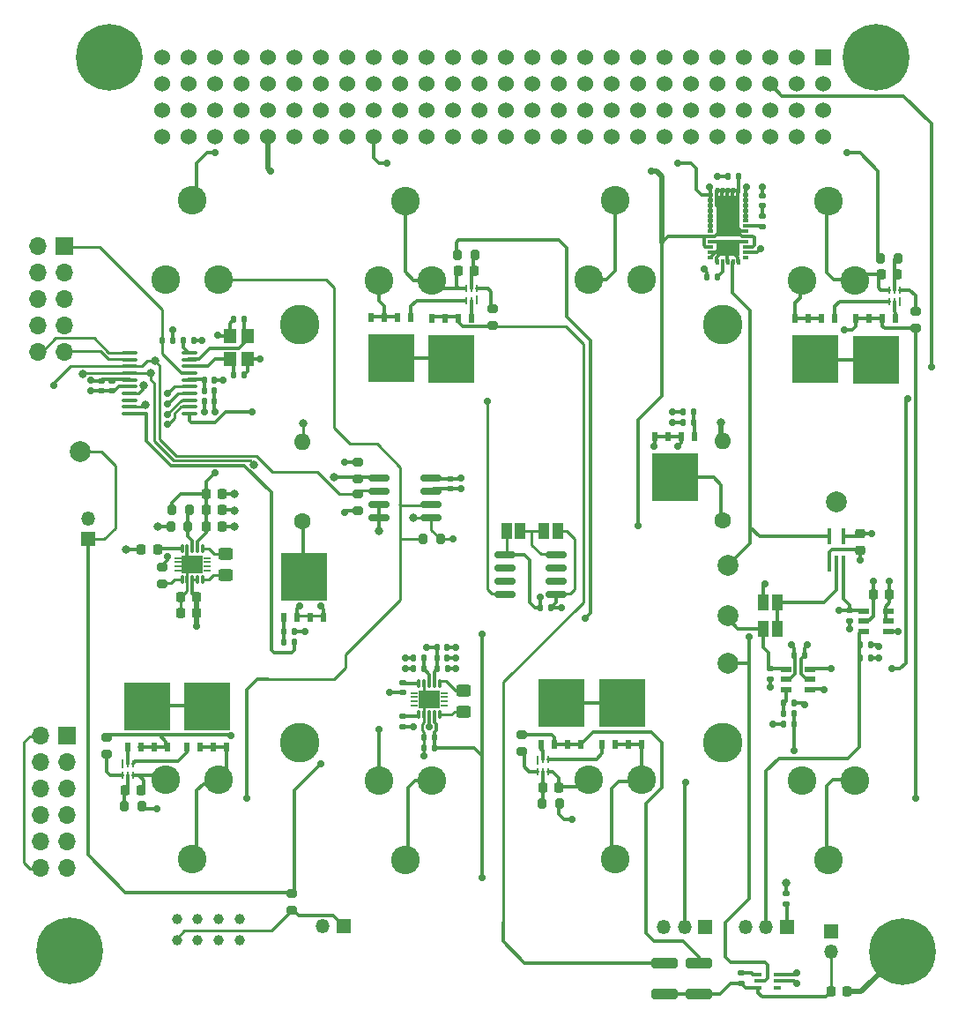
<source format=gbl>
G04 #@! TF.GenerationSoftware,KiCad,Pcbnew,(6.0.7)*
G04 #@! TF.CreationDate,2023-05-04T15:31:31-04:00*
G04 #@! TF.ProjectId,battery_board_v2,62617474-6572-4795-9f62-6f6172645f76,rev?*
G04 #@! TF.SameCoordinates,Original*
G04 #@! TF.FileFunction,Copper,L4,Bot*
G04 #@! TF.FilePolarity,Positive*
%FSLAX46Y46*%
G04 Gerber Fmt 4.6, Leading zero omitted, Abs format (unit mm)*
G04 Created by KiCad (PCBNEW (6.0.7)) date 2023-05-04 15:31:31*
%MOMM*%
%LPD*%
G01*
G04 APERTURE LIST*
G04 Aperture macros list*
%AMRoundRect*
0 Rectangle with rounded corners*
0 $1 Rounding radius*
0 $2 $3 $4 $5 $6 $7 $8 $9 X,Y pos of 4 corners*
0 Add a 4 corners polygon primitive as box body*
4,1,4,$2,$3,$4,$5,$6,$7,$8,$9,$2,$3,0*
0 Add four circle primitives for the rounded corners*
1,1,$1+$1,$2,$3*
1,1,$1+$1,$4,$5*
1,1,$1+$1,$6,$7*
1,1,$1+$1,$8,$9*
0 Add four rect primitives between the rounded corners*
20,1,$1+$1,$2,$3,$4,$5,0*
20,1,$1+$1,$4,$5,$6,$7,0*
20,1,$1+$1,$6,$7,$8,$9,0*
20,1,$1+$1,$8,$9,$2,$3,0*%
G04 Aperture macros list end*
G04 #@! TA.AperFunction,ComponentPad*
%ADD10C,1.524000*%
G04 #@! TD*
G04 #@! TA.AperFunction,ComponentPad*
%ADD11R,1.524000X1.524000*%
G04 #@! TD*
G04 #@! TA.AperFunction,ComponentPad*
%ADD12R,1.350000X1.350000*%
G04 #@! TD*
G04 #@! TA.AperFunction,ComponentPad*
%ADD13O,1.350000X1.350000*%
G04 #@! TD*
G04 #@! TA.AperFunction,ComponentPad*
%ADD14C,3.800000*%
G04 #@! TD*
G04 #@! TA.AperFunction,ComponentPad*
%ADD15C,3.600000*%
G04 #@! TD*
G04 #@! TA.AperFunction,ConnectorPad*
%ADD16C,6.400000*%
G04 #@! TD*
G04 #@! TA.AperFunction,ComponentPad*
%ADD17C,1.600000*%
G04 #@! TD*
G04 #@! TA.AperFunction,ComponentPad*
%ADD18O,1.600000X1.600000*%
G04 #@! TD*
G04 #@! TA.AperFunction,ComponentPad*
%ADD19R,1.700000X1.700000*%
G04 #@! TD*
G04 #@! TA.AperFunction,ComponentPad*
%ADD20O,1.700000X1.700000*%
G04 #@! TD*
G04 #@! TA.AperFunction,ComponentPad*
%ADD21C,2.745000*%
G04 #@! TD*
G04 #@! TA.AperFunction,ComponentPad*
%ADD22C,1.000000*%
G04 #@! TD*
G04 #@! TA.AperFunction,SMDPad,CuDef*
%ADD23RoundRect,0.225000X0.225000X0.250000X-0.225000X0.250000X-0.225000X-0.250000X0.225000X-0.250000X0*%
G04 #@! TD*
G04 #@! TA.AperFunction,SMDPad,CuDef*
%ADD24RoundRect,0.200000X0.275000X-0.200000X0.275000X0.200000X-0.275000X0.200000X-0.275000X-0.200000X0*%
G04 #@! TD*
G04 #@! TA.AperFunction,SMDPad,CuDef*
%ADD25R,1.200000X1.400000*%
G04 #@! TD*
G04 #@! TA.AperFunction,SMDPad,CuDef*
%ADD26R,1.000000X1.500000*%
G04 #@! TD*
G04 #@! TA.AperFunction,SMDPad,CuDef*
%ADD27O,0.280000X0.850000*%
G04 #@! TD*
G04 #@! TA.AperFunction,SMDPad,CuDef*
%ADD28R,0.280000X0.280000*%
G04 #@! TD*
G04 #@! TA.AperFunction,SMDPad,CuDef*
%ADD29R,0.700000X0.250000*%
G04 #@! TD*
G04 #@! TA.AperFunction,SMDPad,CuDef*
%ADD30R,0.600000X0.230000*%
G04 #@! TD*
G04 #@! TA.AperFunction,SMDPad,CuDef*
%ADD31R,0.900000X0.650000*%
G04 #@! TD*
G04 #@! TA.AperFunction,ComponentPad*
%ADD32C,0.600000*%
G04 #@! TD*
G04 #@! TA.AperFunction,SMDPad,CuDef*
%ADD33R,2.150000X1.700000*%
G04 #@! TD*
G04 #@! TA.AperFunction,SMDPad,CuDef*
%ADD34RoundRect,0.225000X-0.225000X-0.250000X0.225000X-0.250000X0.225000X0.250000X-0.225000X0.250000X0*%
G04 #@! TD*
G04 #@! TA.AperFunction,SMDPad,CuDef*
%ADD35RoundRect,0.135000X-0.135000X-0.185000X0.135000X-0.185000X0.135000X0.185000X-0.135000X0.185000X0*%
G04 #@! TD*
G04 #@! TA.AperFunction,SMDPad,CuDef*
%ADD36RoundRect,0.150000X-0.825000X-0.150000X0.825000X-0.150000X0.825000X0.150000X-0.825000X0.150000X0*%
G04 #@! TD*
G04 #@! TA.AperFunction,SMDPad,CuDef*
%ADD37R,0.500000X0.850000*%
G04 #@! TD*
G04 #@! TA.AperFunction,SMDPad,CuDef*
%ADD38R,4.410000X4.550000*%
G04 #@! TD*
G04 #@! TA.AperFunction,SMDPad,CuDef*
%ADD39RoundRect,0.225000X0.250000X-0.225000X0.250000X0.225000X-0.250000X0.225000X-0.250000X-0.225000X0*%
G04 #@! TD*
G04 #@! TA.AperFunction,SMDPad,CuDef*
%ADD40RoundRect,0.135000X-0.185000X0.135000X-0.185000X-0.135000X0.185000X-0.135000X0.185000X0.135000X0*%
G04 #@! TD*
G04 #@! TA.AperFunction,SMDPad,CuDef*
%ADD41RoundRect,0.135000X0.135000X0.185000X-0.135000X0.185000X-0.135000X-0.185000X0.135000X-0.185000X0*%
G04 #@! TD*
G04 #@! TA.AperFunction,SMDPad,CuDef*
%ADD42R,0.280000X0.850000*%
G04 #@! TD*
G04 #@! TA.AperFunction,SMDPad,CuDef*
%ADD43R,0.280000X0.750000*%
G04 #@! TD*
G04 #@! TA.AperFunction,SMDPad,CuDef*
%ADD44RoundRect,0.200000X-0.200000X-0.275000X0.200000X-0.275000X0.200000X0.275000X-0.200000X0.275000X0*%
G04 #@! TD*
G04 #@! TA.AperFunction,SMDPad,CuDef*
%ADD45RoundRect,0.218750X0.218750X0.256250X-0.218750X0.256250X-0.218750X-0.256250X0.218750X-0.256250X0*%
G04 #@! TD*
G04 #@! TA.AperFunction,SMDPad,CuDef*
%ADD46RoundRect,0.200000X-0.275000X0.200000X-0.275000X-0.200000X0.275000X-0.200000X0.275000X0.200000X0*%
G04 #@! TD*
G04 #@! TA.AperFunction,SMDPad,CuDef*
%ADD47RoundRect,0.140000X0.170000X-0.140000X0.170000X0.140000X-0.170000X0.140000X-0.170000X-0.140000X0*%
G04 #@! TD*
G04 #@! TA.AperFunction,SMDPad,CuDef*
%ADD48RoundRect,0.250000X0.450000X-0.325000X0.450000X0.325000X-0.450000X0.325000X-0.450000X-0.325000X0*%
G04 #@! TD*
G04 #@! TA.AperFunction,SMDPad,CuDef*
%ADD49RoundRect,0.140000X-0.140000X-0.170000X0.140000X-0.170000X0.140000X0.170000X-0.140000X0.170000X0*%
G04 #@! TD*
G04 #@! TA.AperFunction,SMDPad,CuDef*
%ADD50RoundRect,0.135000X0.185000X-0.135000X0.185000X0.135000X-0.185000X0.135000X-0.185000X-0.135000X0*%
G04 #@! TD*
G04 #@! TA.AperFunction,ComponentPad*
%ADD51C,2.000000*%
G04 #@! TD*
G04 #@! TA.AperFunction,SMDPad,CuDef*
%ADD52R,0.400000X1.500000*%
G04 #@! TD*
G04 #@! TA.AperFunction,SMDPad,CuDef*
%ADD53RoundRect,0.147500X-0.147500X-0.172500X0.147500X-0.172500X0.147500X0.172500X-0.147500X0.172500X0*%
G04 #@! TD*
G04 #@! TA.AperFunction,SMDPad,CuDef*
%ADD54RoundRect,0.039900X0.455100X0.245100X-0.455100X0.245100X-0.455100X-0.245100X0.455100X-0.245100X0*%
G04 #@! TD*
G04 #@! TA.AperFunction,SMDPad,CuDef*
%ADD55RoundRect,0.039900X-0.455100X-0.245100X0.455100X-0.245100X0.455100X0.245100X-0.455100X0.245100X0*%
G04 #@! TD*
G04 #@! TA.AperFunction,SMDPad,CuDef*
%ADD56RoundRect,0.140000X0.140000X0.170000X-0.140000X0.170000X-0.140000X-0.170000X0.140000X-0.170000X0*%
G04 #@! TD*
G04 #@! TA.AperFunction,SMDPad,CuDef*
%ADD57RoundRect,0.200000X0.200000X0.275000X-0.200000X0.275000X-0.200000X-0.275000X0.200000X-0.275000X0*%
G04 #@! TD*
G04 #@! TA.AperFunction,SMDPad,CuDef*
%ADD58RoundRect,0.140000X-0.170000X0.140000X-0.170000X-0.140000X0.170000X-0.140000X0.170000X0.140000X0*%
G04 #@! TD*
G04 #@! TA.AperFunction,SMDPad,CuDef*
%ADD59RoundRect,0.229494X-1.020506X0.269406X-1.020506X-0.269406X1.020506X-0.269406X1.020506X0.269406X0*%
G04 #@! TD*
G04 #@! TA.AperFunction,SMDPad,CuDef*
%ADD60R,0.660000X0.300000*%
G04 #@! TD*
G04 #@! TA.AperFunction,SMDPad,CuDef*
%ADD61RoundRect,0.100000X0.637500X0.100000X-0.637500X0.100000X-0.637500X-0.100000X0.637500X-0.100000X0*%
G04 #@! TD*
G04 #@! TA.AperFunction,SMDPad,CuDef*
%ADD62RoundRect,0.009000X-0.244700X-0.141000X0.244700X-0.141000X0.244700X0.141000X-0.244700X0.141000X0*%
G04 #@! TD*
G04 #@! TA.AperFunction,SMDPad,CuDef*
%ADD63RoundRect,0.009000X0.141000X-0.244700X0.141000X0.244700X-0.141000X0.244700X-0.141000X-0.244700X0*%
G04 #@! TD*
G04 #@! TA.AperFunction,SMDPad,CuDef*
%ADD64RoundRect,0.050000X1.075000X-1.868000X1.075000X1.868000X-1.075000X1.868000X-1.075000X-1.868000X0*%
G04 #@! TD*
G04 #@! TA.AperFunction,SMDPad,CuDef*
%ADD65RoundRect,0.050000X1.075000X-0.707000X1.075000X0.707000X-1.075000X0.707000X-1.075000X-0.707000X0*%
G04 #@! TD*
G04 #@! TA.AperFunction,ViaPad*
%ADD66C,0.700000*%
G04 #@! TD*
G04 #@! TA.AperFunction,ViaPad*
%ADD67C,0.800000*%
G04 #@! TD*
G04 #@! TA.AperFunction,Conductor*
%ADD68C,0.300000*%
G04 #@! TD*
G04 #@! TA.AperFunction,Conductor*
%ADD69C,0.250000*%
G04 #@! TD*
G04 #@! TA.AperFunction,Conductor*
%ADD70C,0.500000*%
G04 #@! TD*
G04 APERTURE END LIST*
D10*
X123190000Y-59690000D03*
X123190000Y-57150000D03*
X125730000Y-59690000D03*
X125730000Y-57150000D03*
X128270000Y-59690000D03*
X128270000Y-57150000D03*
X130810000Y-59690000D03*
X130810000Y-57150000D03*
X133350000Y-59690000D03*
X133350000Y-57150000D03*
X135890000Y-59690000D03*
X135890000Y-57150000D03*
X138430000Y-59690000D03*
X138430000Y-57150000D03*
X140970000Y-59690000D03*
X140970000Y-57150000D03*
X143510000Y-59690000D03*
X143510000Y-57150000D03*
X146050000Y-59690000D03*
X146050000Y-57150000D03*
X148590000Y-59690000D03*
X148590000Y-57150000D03*
X151130000Y-59690000D03*
X151130000Y-57150000D03*
X153670000Y-59690000D03*
X153670000Y-57150000D03*
X156210000Y-59690000D03*
X156210000Y-57150000D03*
X158750000Y-59690000D03*
X158750000Y-57150000D03*
X161290000Y-59690000D03*
X161290000Y-57150000D03*
X163830000Y-59690000D03*
X163830000Y-57150000D03*
X166370000Y-59690000D03*
X166370000Y-57150000D03*
X168910000Y-59690000D03*
X168910000Y-57150000D03*
X171450000Y-59690000D03*
X171450000Y-57150000D03*
X173990000Y-59690000D03*
X173990000Y-57150000D03*
X176530000Y-59690000D03*
X176530000Y-57150000D03*
X179070000Y-59690000D03*
X179070000Y-57150000D03*
X181610000Y-59690000D03*
X181610000Y-57150000D03*
X184150000Y-59690000D03*
X184150000Y-57150000D03*
X186690000Y-59690000D03*
X186690000Y-57150000D03*
X123190000Y-54610000D03*
X123190000Y-52070000D03*
X125730000Y-54610000D03*
X125730000Y-52070000D03*
X128270000Y-54610000D03*
X128270000Y-52070000D03*
X130810000Y-54610000D03*
X130810000Y-52070000D03*
X133350000Y-54610000D03*
X133350000Y-52070000D03*
X135890000Y-54610000D03*
X135890000Y-52070000D03*
X138430000Y-54610000D03*
X138430000Y-52070000D03*
X140970000Y-54610000D03*
X140970000Y-52070000D03*
X143510000Y-54610000D03*
X143510000Y-52070000D03*
X146050000Y-54610000D03*
X146050000Y-52070000D03*
X148590000Y-54610000D03*
X148590000Y-52070000D03*
X151130000Y-54610000D03*
X151130000Y-52070000D03*
X153670000Y-54610000D03*
X153670000Y-52070000D03*
X156210000Y-54610000D03*
X156210000Y-52070000D03*
X158750000Y-54610000D03*
X158750000Y-52070000D03*
X161290000Y-54610000D03*
X161290000Y-52070000D03*
X163830000Y-54610000D03*
X163830000Y-52070000D03*
X166370000Y-54610000D03*
X166370000Y-52070000D03*
X168910000Y-54610000D03*
X168910000Y-52070000D03*
X171450000Y-54610000D03*
X171450000Y-52070000D03*
X173990000Y-54610000D03*
X173990000Y-52070000D03*
X176530000Y-54610000D03*
X176530000Y-52070000D03*
X179070000Y-54610000D03*
X179070000Y-52070000D03*
X181610000Y-54610000D03*
X181610000Y-52070000D03*
X184150000Y-54610000D03*
X184150000Y-52070000D03*
X186690000Y-54610000D03*
D11*
X186690000Y-52070000D03*
D12*
X187452000Y-135906000D03*
D13*
X187452000Y-137906000D03*
D12*
X183225000Y-135475000D03*
D13*
X181225000Y-135475000D03*
X179225000Y-135475000D03*
D14*
X177038000Y-77724000D03*
D15*
X194310000Y-137922000D03*
D16*
X194310000Y-137922000D03*
D17*
X177038000Y-96520000D03*
D18*
X177038000Y-88900000D03*
D16*
X114300000Y-137795000D03*
D15*
X114300000Y-137795000D03*
D12*
X116078000Y-98298000D03*
D13*
X116078000Y-96298000D03*
D12*
X175375000Y-135525000D03*
D13*
X173375000Y-135525000D03*
X171375000Y-135525000D03*
D19*
X114066000Y-117119000D03*
D20*
X111526000Y-117119000D03*
X114066000Y-119659000D03*
X111526000Y-119659000D03*
X114066000Y-122199000D03*
X111526000Y-122199000D03*
X114066000Y-124739000D03*
X111526000Y-124739000D03*
X114066000Y-127279000D03*
X111526000Y-127279000D03*
X114066000Y-129819000D03*
X111526000Y-129819000D03*
D15*
X118110000Y-52070000D03*
D16*
X118110000Y-52070000D03*
D14*
X136398000Y-117856000D03*
D21*
X164211000Y-73406000D03*
X169291000Y-73406000D03*
X166751000Y-65786000D03*
X166751000Y-129032000D03*
X169291000Y-121406000D03*
X164211000Y-121406000D03*
D22*
X130618000Y-134748000D03*
X128618000Y-134748000D03*
X126618000Y-134748000D03*
X124618000Y-134748000D03*
X130618000Y-136748000D03*
X128618000Y-136748000D03*
X126618000Y-136748000D03*
X124618000Y-136748000D03*
D21*
X184658000Y-121444000D03*
X187198000Y-129064000D03*
X189738000Y-121444000D03*
X184658000Y-73444000D03*
X189738000Y-73444000D03*
X187198000Y-65818000D03*
D12*
X140600000Y-135450000D03*
D13*
X138600000Y-135450000D03*
D17*
X136652000Y-96577000D03*
D18*
X136652000Y-88957000D03*
D14*
X136398000Y-77724000D03*
D21*
X144018000Y-121444000D03*
X149098000Y-121444000D03*
X146558000Y-129064000D03*
X149098000Y-73444000D03*
X144018000Y-73444000D03*
X146558000Y-65818000D03*
D14*
X177038000Y-117856000D03*
D21*
X123571000Y-73406000D03*
X128651000Y-73406000D03*
X126111000Y-65786000D03*
X123571000Y-121406000D03*
X128651000Y-121406000D03*
X126111000Y-129032000D03*
D15*
X191770000Y-52070000D03*
D16*
X191770000Y-52070000D03*
D19*
X113812000Y-70134000D03*
D20*
X111272000Y-70134000D03*
X113812000Y-72674000D03*
X111272000Y-72674000D03*
X113812000Y-75214000D03*
X111272000Y-75214000D03*
X113812000Y-77754000D03*
X111272000Y-77754000D03*
X113812000Y-80294000D03*
X111272000Y-80294000D03*
D23*
X161303000Y-122174000D03*
X159753000Y-122174000D03*
D24*
X141986000Y-92519000D03*
X141986000Y-90869000D03*
D25*
X131406000Y-78826000D03*
X131406000Y-81026000D03*
X129706000Y-81026000D03*
X129706000Y-78826000D03*
D26*
X156270000Y-97536000D03*
X157570000Y-97536000D03*
D27*
X149850000Y-115125000D03*
D28*
X149850000Y-115410000D03*
X149350000Y-115410000D03*
D27*
X149350000Y-115125000D03*
X148850000Y-115125000D03*
D28*
X148850000Y-115410000D03*
X148350000Y-115410000D03*
D27*
X148350000Y-115125000D03*
D28*
X147850000Y-115410000D03*
D27*
X147850000Y-115125000D03*
D28*
X147850000Y-111890000D03*
D27*
X147850000Y-112175000D03*
D28*
X148350000Y-111890000D03*
D27*
X148350000Y-112175000D03*
D28*
X148850000Y-111890000D03*
D27*
X148850000Y-112175000D03*
X149350000Y-112175000D03*
D28*
X149350000Y-111890000D03*
X149850000Y-111890000D03*
D27*
X149850000Y-112175000D03*
D29*
X147425000Y-113850000D03*
D30*
X150275000Y-113050000D03*
D31*
X149410000Y-113215000D03*
D30*
X147425000Y-113050000D03*
X147425000Y-114250000D03*
X147425000Y-113450000D03*
D32*
X149350000Y-113150000D03*
D29*
X147425000Y-114250000D03*
D31*
X149410000Y-114085000D03*
D29*
X150275000Y-114250000D03*
X150275000Y-113850000D03*
D32*
X148850000Y-113650000D03*
X148350000Y-114150000D03*
D29*
X150275000Y-113050000D03*
D30*
X150275000Y-113850000D03*
D29*
X147425000Y-113050000D03*
D32*
X148350000Y-113150000D03*
D30*
X147425000Y-113850000D03*
X150275000Y-114250000D03*
D33*
X148850000Y-113650000D03*
D32*
X149350000Y-114150000D03*
D31*
X148290000Y-114085000D03*
D29*
X147425000Y-113450000D03*
X150275000Y-113450000D03*
D31*
X148290000Y-113215000D03*
D30*
X150275000Y-113450000D03*
D34*
X127425000Y-95504000D03*
X128975000Y-95504000D03*
D35*
X147318000Y-110744000D03*
X148338000Y-110744000D03*
D36*
X144060000Y-96266000D03*
X144060000Y-94996000D03*
X144060000Y-93726000D03*
X144060000Y-92456000D03*
X149010000Y-92456000D03*
X149010000Y-93726000D03*
X149010000Y-94996000D03*
X149010000Y-96266000D03*
D37*
X163449000Y-117962000D03*
X162179000Y-117962000D03*
X160909000Y-117962000D03*
X159639000Y-117962000D03*
D38*
X161544000Y-114012000D03*
D39*
X190246000Y-99327000D03*
X190246000Y-97777000D03*
D40*
X189230000Y-105154000D03*
X189230000Y-106174000D03*
X181610000Y-110742000D03*
X181610000Y-111762000D03*
D35*
X190244000Y-109728000D03*
X191264000Y-109728000D03*
D41*
X183898000Y-114046000D03*
X182878000Y-114046000D03*
D42*
X153408000Y-75307000D03*
D43*
X152908000Y-75357000D03*
X152408000Y-75357000D03*
X152408000Y-74207000D03*
X152908000Y-74207000D03*
X153408000Y-74207000D03*
D44*
X192215000Y-71374000D03*
X193865000Y-71374000D03*
D45*
X189001500Y-141732000D03*
X187426500Y-141732000D03*
D37*
X149059000Y-77056000D03*
X150329000Y-77056000D03*
X151599000Y-77056000D03*
X152869000Y-77056000D03*
D38*
X150964000Y-81006000D03*
D35*
X173226000Y-86106000D03*
X174246000Y-86106000D03*
D46*
X154940000Y-76137000D03*
X154940000Y-77787000D03*
D47*
X150876000Y-93444000D03*
X150876000Y-92484000D03*
D37*
X143295000Y-76968000D03*
X144565000Y-76968000D03*
X145835000Y-76968000D03*
X147105000Y-76968000D03*
D38*
X145200000Y-80918000D03*
D42*
X119388000Y-119871000D03*
D43*
X119888000Y-119821000D03*
X120388000Y-119821000D03*
X120388000Y-120971000D03*
X119888000Y-120971000D03*
X119388000Y-120971000D03*
D35*
X182878000Y-115062000D03*
X183898000Y-115062000D03*
D41*
X183898000Y-116078000D03*
X182878000Y-116078000D03*
D48*
X152146000Y-114830000D03*
X152146000Y-112780000D03*
D49*
X149634000Y-110744000D03*
X150594000Y-110744000D03*
D50*
X146304000Y-116334000D03*
X146304000Y-115314000D03*
D46*
X195580000Y-76391000D03*
X195580000Y-78041000D03*
D51*
X177546000Y-100838000D03*
X177546000Y-110236000D03*
D52*
X188610000Y-100644000D03*
X187960000Y-100644000D03*
X187310000Y-100644000D03*
X187310000Y-97984000D03*
X188610000Y-97984000D03*
D41*
X135892000Y-107188000D03*
X134872000Y-107188000D03*
D53*
X127254000Y-84074000D03*
X128224000Y-84074000D03*
D54*
X185420000Y-110810000D03*
X185420000Y-111760000D03*
X185420000Y-112710000D03*
D55*
X183100000Y-112710000D03*
X183100000Y-111760000D03*
X183100000Y-110810000D03*
D37*
X169291000Y-117962000D03*
X168021000Y-117962000D03*
X166751000Y-117962000D03*
X165481000Y-117962000D03*
D38*
X167386000Y-114012000D03*
D41*
X148338000Y-109728000D03*
X147318000Y-109728000D03*
X191264000Y-108458000D03*
X190244000Y-108458000D03*
D37*
X138723000Y-105824000D03*
X137453000Y-105824000D03*
X136183000Y-105824000D03*
X134913000Y-105824000D03*
D38*
X136818000Y-101874000D03*
D34*
X127425000Y-93980000D03*
X128975000Y-93980000D03*
D23*
X126492000Y-105410000D03*
X124942000Y-105410000D03*
D37*
X129413000Y-118270000D03*
X128143000Y-118270000D03*
X126873000Y-118270000D03*
X125603000Y-118270000D03*
D38*
X127508000Y-114320000D03*
D23*
X122725000Y-99250000D03*
X121175000Y-99250000D03*
D56*
X176502000Y-73152000D03*
X175542000Y-73152000D03*
D57*
X121221000Y-123952000D03*
X119571000Y-123952000D03*
D41*
X135892000Y-108204000D03*
X134872000Y-108204000D03*
D49*
X130076000Y-82550000D03*
X131036000Y-82550000D03*
D35*
X173226000Y-87122000D03*
X174246000Y-87122000D03*
D58*
X117348000Y-83086000D03*
X117348000Y-84046000D03*
D46*
X123220000Y-100935000D03*
X123220000Y-102585000D03*
D37*
X123659000Y-118270000D03*
X122389000Y-118270000D03*
X121119000Y-118270000D03*
X119849000Y-118270000D03*
D38*
X121754000Y-114320000D03*
D51*
X177546000Y-105664000D03*
D47*
X180848000Y-66266000D03*
X180848000Y-65306000D03*
D57*
X125675000Y-97100000D03*
X124025000Y-97100000D03*
D44*
X151575000Y-70972000D03*
X153225000Y-70972000D03*
D59*
X171450000Y-138962000D03*
X171450000Y-141962000D03*
D57*
X149923000Y-98298000D03*
X148273000Y-98298000D03*
D50*
X180848000Y-68328000D03*
X180848000Y-67308000D03*
D35*
X125220000Y-79248000D03*
X126240000Y-79248000D03*
D50*
X178816000Y-140972000D03*
X178816000Y-139952000D03*
D60*
X182276000Y-140066000D03*
X182276000Y-140716000D03*
X182276000Y-141366000D03*
X180436000Y-141366000D03*
X180436000Y-140716000D03*
X180436000Y-140066000D03*
D51*
X187960000Y-94742000D03*
D34*
X192265000Y-72898000D03*
X193815000Y-72898000D03*
D49*
X127259000Y-83058000D03*
X128219000Y-83058000D03*
D37*
X184023000Y-77056000D03*
X185293000Y-77056000D03*
X186563000Y-77056000D03*
X187833000Y-77056000D03*
D38*
X185928000Y-81006000D03*
D59*
X174752000Y-138986000D03*
X174752000Y-141986000D03*
D24*
X117856000Y-118935000D03*
X117856000Y-117285000D03*
D34*
X151625000Y-72496000D03*
X153175000Y-72496000D03*
D50*
X183134000Y-133352000D03*
X183134000Y-132332000D03*
D34*
X127425000Y-97050000D03*
X128975000Y-97050000D03*
D49*
X123218000Y-79248000D03*
X124178000Y-79248000D03*
D46*
X141986000Y-93917000D03*
X141986000Y-95567000D03*
D37*
X189865000Y-77110000D03*
X191135000Y-77110000D03*
X192405000Y-77110000D03*
X193675000Y-77110000D03*
D38*
X191770000Y-81060000D03*
D42*
X159266000Y-119505000D03*
D43*
X159766000Y-119455000D03*
X160266000Y-119455000D03*
X160266000Y-120605000D03*
X159766000Y-120605000D03*
X159266000Y-120605000D03*
D26*
X159878000Y-97536000D03*
X161178000Y-97536000D03*
D24*
X135636000Y-133921000D03*
X135636000Y-132271000D03*
D23*
X126492000Y-103886000D03*
X124942000Y-103886000D03*
D37*
X170561000Y-88398000D03*
X171831000Y-88398000D03*
X173101000Y-88398000D03*
X174371000Y-88398000D03*
D38*
X172466000Y-92348000D03*
D57*
X161353000Y-123698000D03*
X159703000Y-123698000D03*
D44*
X124143000Y-95504000D03*
X125793000Y-95504000D03*
D56*
X149324000Y-117348000D03*
X148364000Y-117348000D03*
D24*
X157734000Y-118681000D03*
X157734000Y-117031000D03*
D61*
X125798500Y-80387000D03*
X125798500Y-81037000D03*
X125798500Y-81687000D03*
X125798500Y-82337000D03*
X125798500Y-82987000D03*
X125798500Y-83637000D03*
X125798500Y-84287000D03*
X125798500Y-84937000D03*
X125798500Y-85587000D03*
X125798500Y-86237000D03*
X120073500Y-86237000D03*
X120073500Y-85587000D03*
X120073500Y-84937000D03*
X120073500Y-84287000D03*
X120073500Y-83637000D03*
X120073500Y-82987000D03*
X120073500Y-82337000D03*
X120073500Y-81687000D03*
X120073500Y-81037000D03*
X120073500Y-80387000D03*
D56*
X131036000Y-77216000D03*
X130076000Y-77216000D03*
D42*
X194048000Y-75455000D03*
D43*
X193548000Y-75505000D03*
X193048000Y-75505000D03*
X193048000Y-74355000D03*
X193548000Y-74355000D03*
X194048000Y-74355000D03*
D58*
X118364000Y-83086000D03*
X118364000Y-84046000D03*
D49*
X149606000Y-109728000D03*
X150566000Y-109728000D03*
D34*
X191503000Y-103632000D03*
X193053000Y-103632000D03*
D49*
X183924000Y-109474000D03*
X184884000Y-109474000D03*
D48*
X129320000Y-101755000D03*
X129320000Y-99705000D03*
D36*
X156086000Y-103632000D03*
X156086000Y-102362000D03*
X156086000Y-101092000D03*
X156086000Y-99822000D03*
X161036000Y-99822000D03*
X161036000Y-101092000D03*
X161036000Y-102362000D03*
X161036000Y-103632000D03*
D26*
X182258000Y-104328000D03*
X180958000Y-104328000D03*
D58*
X146304000Y-112042000D03*
X146304000Y-113002000D03*
D56*
X160500000Y-104902000D03*
X159540000Y-104902000D03*
X128219000Y-85090000D03*
X127259000Y-85090000D03*
X178534000Y-63500000D03*
X177574000Y-63500000D03*
D62*
X175895000Y-71218200D03*
X175895000Y-70716200D03*
X175895000Y-70216200D03*
X175895000Y-69716200D03*
X175895000Y-69215000D03*
X175895000Y-68713000D03*
X175895000Y-68213000D03*
X175895000Y-67713000D03*
X175895000Y-67255800D03*
X175895000Y-66753800D03*
X175895000Y-66253800D03*
X175895000Y-65753800D03*
X175895000Y-65252600D03*
D63*
X176504600Y-64846200D03*
X177004600Y-64846200D03*
X177504600Y-64846200D03*
X178028600Y-64846200D03*
X178528600Y-64846200D03*
D62*
X179247800Y-65252600D03*
X179247800Y-65753800D03*
X179247800Y-66253800D03*
X179247800Y-66753800D03*
X179247800Y-67255800D03*
X179247800Y-67713000D03*
X179247800Y-68213000D03*
X179247800Y-68713000D03*
X179247800Y-69215000D03*
X179247800Y-69716200D03*
X179247800Y-70216200D03*
X179247800Y-70716200D03*
X179247800Y-71218200D03*
D63*
X178528600Y-71653400D03*
X178028600Y-71653400D03*
X177504600Y-71653400D03*
X177004600Y-71653400D03*
X176504600Y-71653400D03*
D64*
X177571400Y-67284600D03*
D65*
X177571400Y-70332600D03*
D51*
X115316000Y-89916000D03*
D27*
X127100000Y-102175000D03*
D28*
X127100000Y-102460000D03*
X126600000Y-102460000D03*
D27*
X126600000Y-102175000D03*
D28*
X126100000Y-102460000D03*
D27*
X126100000Y-102175000D03*
D28*
X125600000Y-102460000D03*
D27*
X125600000Y-102175000D03*
D28*
X125100000Y-102460000D03*
D27*
X125100000Y-102175000D03*
D28*
X125100000Y-98940000D03*
D27*
X125100000Y-99225000D03*
D28*
X125600000Y-98940000D03*
D27*
X125600000Y-99225000D03*
D28*
X126100000Y-98940000D03*
D27*
X126100000Y-99225000D03*
D28*
X126600000Y-98940000D03*
D27*
X126600000Y-99225000D03*
X127100000Y-99225000D03*
D28*
X127100000Y-98940000D03*
D29*
X124675000Y-100500000D03*
X127525000Y-100900000D03*
D30*
X124675000Y-100100000D03*
D32*
X126100000Y-100700000D03*
D30*
X124675000Y-100900000D03*
D32*
X125600000Y-101200000D03*
D31*
X125540000Y-101135000D03*
D30*
X127525000Y-100100000D03*
D32*
X125600000Y-100200000D03*
D31*
X126660000Y-101135000D03*
D30*
X124675000Y-101300000D03*
D32*
X126600000Y-100200000D03*
X126600000Y-101200000D03*
D29*
X127525000Y-101300000D03*
D30*
X127525000Y-101300000D03*
D29*
X124675000Y-100100000D03*
X127525000Y-100500000D03*
D31*
X126660000Y-100265000D03*
D33*
X126100000Y-100700000D03*
D29*
X127525000Y-100100000D03*
D30*
X127525000Y-100900000D03*
X127525000Y-100500000D03*
D31*
X125540000Y-100265000D03*
D29*
X124675000Y-100900000D03*
D30*
X124675000Y-100500000D03*
D29*
X124675000Y-101300000D03*
D26*
X182258000Y-106868000D03*
X180958000Y-106868000D03*
D54*
X192930000Y-105222000D03*
X192930000Y-106172000D03*
X192930000Y-107122000D03*
D55*
X190610000Y-107122000D03*
X190610000Y-106172000D03*
X190610000Y-105222000D03*
D23*
X121171000Y-122428000D03*
X119621000Y-122428000D03*
D49*
X149606000Y-108712000D03*
X150566000Y-108712000D03*
D56*
X149324000Y-118364000D03*
X148364000Y-118364000D03*
D66*
X122682000Y-124206000D03*
X128270000Y-61214000D03*
X188976000Y-61214000D03*
X131318000Y-123190000D03*
X163830000Y-105918000D03*
X144018000Y-116586000D03*
X129801045Y-117137402D03*
X188722000Y-78232000D03*
X162560000Y-125222000D03*
X195580000Y-123190000D03*
X140716000Y-95758000D03*
X128270000Y-86106000D03*
X151892000Y-92456000D03*
X161544000Y-104902000D03*
X140716000Y-90932000D03*
D67*
X136725000Y-87210000D03*
X176900000Y-87075000D03*
D66*
X116332000Y-83058000D03*
X172720000Y-62230000D03*
X144780000Y-62230000D03*
X179298600Y-64516000D03*
X180693516Y-70401856D03*
X175796412Y-64465894D03*
X191516000Y-102362000D03*
X192024000Y-108583500D03*
X146558000Y-110744000D03*
X147320000Y-116332000D03*
X181102000Y-102616000D03*
X191372000Y-97724000D03*
X184912000Y-114171500D03*
X148590000Y-108712000D03*
X183642000Y-108458000D03*
X168910000Y-97028000D03*
X133604000Y-62992000D03*
X151130000Y-98298000D03*
X153924000Y-130810000D03*
X153924000Y-107442000D03*
X170180000Y-62992000D03*
X123725499Y-99974500D03*
X128270000Y-91948000D03*
D67*
X147320000Y-96266000D03*
X121412000Y-83566000D03*
X122074500Y-82320000D03*
X139674647Y-92325353D03*
X115570000Y-82399500D03*
X132037451Y-91112049D03*
D66*
X112776000Y-83566000D03*
D67*
X122509961Y-81173967D03*
D66*
X126492000Y-106680000D03*
X172212000Y-86106000D03*
X131826000Y-86106000D03*
X188214000Y-105090000D03*
X179578000Y-107696000D03*
X189230000Y-106934000D03*
X193912000Y-107122000D03*
X181610000Y-112522000D03*
X186800000Y-112710000D03*
D67*
X121617854Y-85392853D03*
D66*
X154432000Y-85090000D03*
X123698000Y-84328000D03*
X123671597Y-85317596D03*
X123698000Y-86360000D03*
X123698000Y-87259503D03*
X184150000Y-140970000D03*
D67*
X130140000Y-93980000D03*
D66*
X129032000Y-83058000D03*
X172720000Y-89408000D03*
X184150000Y-139954000D03*
X124206000Y-78232000D03*
X170434000Y-89408000D03*
X151384000Y-110744000D03*
X127000000Y-79248000D03*
X132588000Y-81026000D03*
X181864000Y-116078000D03*
X159512000Y-103886000D03*
D67*
X122750000Y-97100000D03*
D66*
X178282600Y-70104000D03*
D67*
X183134000Y-131318000D03*
X144018000Y-97536000D03*
D66*
X193040000Y-102362000D03*
X148336000Y-119126000D03*
D67*
X130100000Y-97050000D03*
D66*
X138430000Y-104698502D03*
X190246000Y-100330000D03*
X192024000Y-109728000D03*
X128524000Y-78740000D03*
X136906000Y-107188000D03*
X151892000Y-93472000D03*
X180848000Y-64516000D03*
X151384000Y-108712000D03*
D67*
X130120000Y-95514000D03*
D66*
X176908400Y-70716200D03*
D67*
X119750000Y-99300000D03*
D66*
X151384000Y-109728000D03*
X136398000Y-104698502D03*
X172212000Y-87122000D03*
X146558000Y-109728000D03*
X145034000Y-113030000D03*
X185166000Y-108458000D03*
X116332000Y-84074000D03*
X127254000Y-86106000D03*
X175260000Y-72390000D03*
X176530000Y-63500000D03*
X148844000Y-116332000D03*
X138430000Y-119888000D03*
X193294000Y-110744000D03*
X194818000Y-84836000D03*
X187452000Y-110744000D03*
X197104000Y-81788000D03*
X173482000Y-121666000D03*
X183896000Y-118614500D03*
D68*
X135890000Y-132035000D02*
X135890000Y-122428000D01*
X135750000Y-132175000D02*
X135890000Y-132035000D01*
X135890000Y-122428000D02*
X138430000Y-119888000D01*
X119654000Y-132175000D02*
X135750000Y-132175000D01*
X116078000Y-128599000D02*
X119654000Y-132175000D01*
X116078000Y-98298000D02*
X116078000Y-128599000D01*
X116227000Y-98298000D02*
X116325000Y-98200000D01*
X116078000Y-98298000D02*
X116227000Y-98298000D01*
D69*
X118690000Y-91258000D02*
X117348000Y-89916000D01*
X118690000Y-97210000D02*
X118690000Y-91258000D01*
X117602000Y-98298000D02*
X118690000Y-97210000D01*
X116078000Y-98298000D02*
X117602000Y-98298000D01*
X117348000Y-89916000D02*
X115316000Y-89916000D01*
D68*
X164571000Y-116840000D02*
X163449000Y-117962000D01*
X171196000Y-117856000D02*
X170180000Y-116840000D01*
X171196000Y-122174000D02*
X171196000Y-117856000D01*
X169672000Y-123698000D02*
X171196000Y-122174000D01*
X169672000Y-136144000D02*
X169672000Y-123698000D01*
X173228000Y-136906000D02*
X170434000Y-136906000D01*
X170180000Y-116840000D02*
X164571000Y-116840000D01*
X174752000Y-138430000D02*
X173228000Y-136906000D01*
X170434000Y-136906000D02*
X169672000Y-136144000D01*
X174752000Y-138986000D02*
X174752000Y-138430000D01*
X120575000Y-119634000D02*
X120388000Y-119821000D01*
X124714000Y-119634000D02*
X120575000Y-119634000D01*
X125603000Y-118745000D02*
X124714000Y-119634000D01*
X125603000Y-118216000D02*
X125603000Y-118745000D01*
D69*
X125335000Y-135890000D02*
X133685000Y-135890000D01*
X133685000Y-135890000D02*
X135750000Y-133825000D01*
X124400000Y-136825000D02*
X125335000Y-135890000D01*
X112957500Y-78994000D02*
X111575000Y-80376500D01*
X116669000Y-78994000D02*
X112957500Y-78994000D01*
X111575000Y-80376500D02*
X111575000Y-80410000D01*
X118050000Y-80375000D02*
X116669000Y-78994000D01*
X120025000Y-80375000D02*
X118050000Y-80375000D01*
X148895000Y-95025000D02*
X146050000Y-95025000D01*
X143827500Y-89154000D02*
X141224000Y-89154000D01*
X145996000Y-94996000D02*
X146040000Y-94952000D01*
X146040000Y-94952000D02*
X146040000Y-91366500D01*
D68*
X121475000Y-124206000D02*
X122682000Y-124206000D01*
D69*
X146050000Y-104100000D02*
X140800000Y-109350000D01*
D68*
X132334000Y-111760000D02*
X133350000Y-111760000D01*
X127508000Y-61214000D02*
X126500000Y-62222000D01*
X189548000Y-121366000D02*
X187625000Y-121366000D01*
D69*
X141224000Y-89154000D02*
X139700000Y-87630000D01*
X140800000Y-110660000D02*
X139700000Y-111760000D01*
D68*
X187625000Y-121366000D02*
X187008000Y-121983000D01*
X191961000Y-71374000D02*
X191961000Y-62929000D01*
X128270000Y-61214000D02*
X127508000Y-61214000D01*
X126500000Y-62222000D02*
X126500000Y-66147000D01*
D69*
X139700000Y-87630000D02*
X139700000Y-74168000D01*
X146040000Y-91366500D02*
X143827500Y-89154000D01*
X140800000Y-109350000D02*
X140800000Y-110660000D01*
D68*
X190246000Y-61214000D02*
X188976000Y-61214000D01*
D69*
X139700000Y-111760000D02*
X133350000Y-111760000D01*
X146050000Y-95025000D02*
X146050000Y-98298000D01*
X148273000Y-98298000D02*
X146050000Y-98298000D01*
D68*
X187008000Y-121983000D02*
X187008000Y-128986000D01*
D69*
X139700000Y-74168000D02*
X138938000Y-73406000D01*
X138938000Y-73406000D02*
X128651000Y-73406000D01*
X146050000Y-98298000D02*
X146050000Y-104100000D01*
D68*
X131318000Y-112776000D02*
X132334000Y-111760000D01*
X131318000Y-123190000D02*
X131318000Y-112776000D01*
X191961000Y-62929000D02*
X190246000Y-61214000D01*
X121433000Y-121425000D02*
X120979000Y-120971000D01*
X129040000Y-121767000D02*
X127153000Y-121767000D01*
X129413000Y-121394000D02*
X129040000Y-121767000D01*
X121433000Y-122428000D02*
X121433000Y-121425000D01*
X123164000Y-120971000D02*
X123960000Y-121767000D01*
X129413000Y-118216000D02*
X129413000Y-121394000D01*
X120388000Y-120971000D02*
X123164000Y-120971000D01*
X127153000Y-121767000D02*
X126500000Y-122420000D01*
X126500000Y-122420000D02*
X126500000Y-129393000D01*
X129413000Y-118216000D02*
X126873000Y-118216000D01*
X120979000Y-120971000D02*
X120396000Y-120971000D01*
X162052000Y-76962000D02*
X164338000Y-79248000D01*
X118047000Y-117094000D02*
X117856000Y-117285000D01*
X151448000Y-69786000D02*
X151638000Y-69596000D01*
X164338000Y-79248000D02*
X164338000Y-105410000D01*
X122936000Y-117094000D02*
X118047000Y-117094000D01*
X151448000Y-70972000D02*
X151448000Y-69786000D01*
X123571000Y-118216000D02*
X123571000Y-117729000D01*
X129757643Y-117094000D02*
X122936000Y-117094000D01*
X123571000Y-118216000D02*
X121031000Y-118216000D01*
X149390000Y-121458000D02*
X147528000Y-121458000D01*
X129801045Y-117137402D02*
X129757643Y-117094000D01*
X151638000Y-69596000D02*
X161290000Y-69596000D01*
X144018000Y-116586000D02*
X144018000Y-121166000D01*
X164338000Y-105410000D02*
X163830000Y-105918000D01*
X123571000Y-117729000D02*
X122936000Y-117094000D01*
X147528000Y-121458000D02*
X146850000Y-122136000D01*
X161290000Y-69596000D02*
X162052000Y-70358000D01*
X146850000Y-122136000D02*
X146850000Y-129078000D01*
X162052000Y-70358000D02*
X162052000Y-76962000D01*
X149098000Y-73444000D02*
X147358000Y-73444000D01*
X151498000Y-74007000D02*
X151498000Y-72496000D01*
X144018000Y-75438000D02*
X144018000Y-73444000D01*
X147358000Y-73444000D02*
X146558000Y-72644000D01*
X151698000Y-74207000D02*
X151498000Y-74007000D01*
X146558000Y-72644000D02*
X146558000Y-65818000D01*
X149861000Y-74207000D02*
X149098000Y-73444000D01*
X152281000Y-74207000D02*
X149861000Y-74207000D01*
X145796000Y-76962000D02*
X143256000Y-76962000D01*
X144526000Y-76962000D02*
X144526000Y-75946000D01*
X152281000Y-74207000D02*
X151698000Y-74207000D01*
X144526000Y-75946000D02*
X144018000Y-75438000D01*
X195580000Y-123190000D02*
X195580000Y-78041000D01*
X189865000Y-77851000D02*
X189865000Y-77134000D01*
X166751000Y-66301000D02*
X166751000Y-72517000D01*
X161290000Y-124714000D02*
X161290000Y-123903000D01*
X192595000Y-78041000D02*
X195580000Y-78041000D01*
X188722000Y-78232000D02*
X189484000Y-78232000D01*
X166751000Y-72517000D02*
X165862000Y-73406000D01*
X165862000Y-73406000D02*
X164211000Y-73406000D01*
X189865000Y-77134000D02*
X192405000Y-77134000D01*
X161798000Y-125222000D02*
X161290000Y-124714000D01*
X166350000Y-65900000D02*
X166751000Y-66301000D01*
X161290000Y-123903000D02*
X161353000Y-123840000D01*
X189484000Y-78232000D02*
X189865000Y-77851000D01*
X192405000Y-77134000D02*
X192405000Y-77851000D01*
X192405000Y-77851000D02*
X192595000Y-78041000D01*
X162560000Y-125222000D02*
X161798000Y-125222000D01*
X169291000Y-117962000D02*
X169291000Y-121119000D01*
X163268000Y-122062000D02*
X163810000Y-121520000D01*
X161303000Y-121171000D02*
X160737000Y-120605000D01*
X167024000Y-121520000D02*
X166350000Y-122194000D01*
X166350000Y-122194000D02*
X166350000Y-129146000D01*
X169291000Y-121119000D02*
X168890000Y-121520000D01*
X168890000Y-121520000D02*
X167024000Y-121520000D01*
X161303000Y-122062000D02*
X161303000Y-121171000D01*
X161303000Y-122062000D02*
X163268000Y-122062000D01*
X160737000Y-120605000D02*
X160266000Y-120605000D01*
X166751000Y-117962000D02*
X169291000Y-117962000D01*
X187666000Y-73366000D02*
X187008000Y-72708000D01*
X184468000Y-75120000D02*
X184023000Y-75565000D01*
X190016000Y-72898000D02*
X189548000Y-73366000D01*
X193048000Y-74355000D02*
X192211000Y-74355000D01*
X189548000Y-73366000D02*
X187666000Y-73366000D01*
X192011000Y-72898000D02*
X190016000Y-72898000D01*
X184023000Y-75565000D02*
X184023000Y-77110000D01*
X184023000Y-77110000D02*
X186563000Y-77110000D01*
X184468000Y-73366000D02*
X184468000Y-75120000D01*
X187008000Y-72708000D02*
X187008000Y-65740000D01*
X192211000Y-74355000D02*
X192011000Y-74155000D01*
X192011000Y-74155000D02*
X192011000Y-72898000D01*
X128224000Y-85085000D02*
X128219000Y-85090000D01*
X140779000Y-90869000D02*
X140716000Y-90932000D01*
X150876000Y-92484000D02*
X149038000Y-92484000D01*
X128224000Y-84074000D02*
X128224000Y-85085000D01*
X161036000Y-104366000D02*
X160500000Y-104902000D01*
D70*
X176910000Y-87085000D02*
X176900000Y-87075000D01*
D68*
X128219000Y-85090000D02*
X128219000Y-86055000D01*
X128219000Y-86055000D02*
X128270000Y-86106000D01*
X116360000Y-83086000D02*
X116332000Y-83058000D01*
X141986000Y-90869000D02*
X140779000Y-90869000D01*
X150876000Y-92484000D02*
X151864000Y-92484000D01*
X120025000Y-82975000D02*
X117459000Y-82975000D01*
D69*
X162810000Y-103090000D02*
X162810000Y-98294000D01*
X162052000Y-97536000D02*
X161178000Y-97536000D01*
D68*
X117459000Y-82975000D02*
X117348000Y-83086000D01*
X151864000Y-92484000D02*
X151892000Y-92456000D01*
D69*
X162360000Y-103540000D02*
X162810000Y-103090000D01*
D70*
X176910000Y-88860000D02*
X176910000Y-87085000D01*
D68*
X140907000Y-95567000D02*
X140716000Y-95758000D01*
X161036000Y-103632000D02*
X161036000Y-104366000D01*
D69*
X161496751Y-103540000D02*
X162360000Y-103540000D01*
X162810000Y-98294000D02*
X162052000Y-97536000D01*
D68*
X117348000Y-83086000D02*
X116360000Y-83086000D01*
X160500000Y-104902000D02*
X161544000Y-104902000D01*
D69*
X161491751Y-103535000D02*
X161496751Y-103540000D01*
X161115000Y-103535000D02*
X161491751Y-103535000D01*
X136725000Y-88950000D02*
X136725000Y-87210000D01*
D68*
X141986000Y-95567000D02*
X140907000Y-95567000D01*
X175869600Y-65252600D02*
X174980600Y-65252600D01*
X179487744Y-70716200D02*
X180379172Y-70716200D01*
X179485744Y-70718200D02*
X179487744Y-70716200D01*
X175869600Y-65913000D02*
X175869600Y-68713000D01*
X179222400Y-64592200D02*
X179222400Y-65252600D01*
X179222400Y-65252600D02*
X179222400Y-67713000D01*
X144018000Y-62230000D02*
X143510000Y-61722000D01*
X174498000Y-64770000D02*
X174498000Y-62738000D01*
X175796412Y-64465894D02*
X175869600Y-64539082D01*
X175869600Y-65252600D02*
X175869600Y-65913000D01*
X144780000Y-62230000D02*
X144018000Y-62230000D01*
X179298600Y-64516000D02*
X179222400Y-64592200D01*
X175869600Y-64539082D02*
X175869600Y-65913000D01*
X174980600Y-65252600D02*
X174498000Y-64770000D01*
X143510000Y-61722000D02*
X143510000Y-59690000D01*
X173990000Y-62230000D02*
X172720000Y-62230000D01*
X180379172Y-70716200D02*
X180693516Y-70401856D01*
X174498000Y-62738000D02*
X173990000Y-62230000D01*
X127790000Y-79982000D02*
X128270000Y-79982000D01*
X126747000Y-81025000D02*
X127790000Y-79982000D01*
X131036000Y-77216000D02*
X131036000Y-78456000D01*
X131036000Y-78456000D02*
X131406000Y-78826000D01*
X128270000Y-79982000D02*
X128276000Y-79976000D01*
X125750000Y-81025000D02*
X126747000Y-81025000D01*
X130556000Y-79976000D02*
X131406000Y-79126000D01*
X128276000Y-79976000D02*
X130556000Y-79976000D01*
X131406000Y-79126000D02*
X131406000Y-78826000D01*
D69*
X117190000Y-70250000D02*
X123190000Y-76250000D01*
X125061459Y-82325000D02*
X125750000Y-82325000D01*
X123190000Y-80453541D02*
X125061459Y-82325000D01*
X123190000Y-76250000D02*
X123190000Y-80453541D01*
X114115000Y-70250000D02*
X117190000Y-70250000D01*
D68*
X130076000Y-81396000D02*
X129706000Y-81026000D01*
X128270000Y-81026000D02*
X127621000Y-81675000D01*
X130076000Y-82550000D02*
X130076000Y-81396000D01*
X127621000Y-81675000D02*
X125750000Y-81675000D01*
X129706000Y-81026000D02*
X128270000Y-81026000D01*
X125750000Y-82975000D02*
X127176000Y-82975000D01*
X127176000Y-82975000D02*
X127259000Y-83058000D01*
X127259000Y-83058000D02*
X127259000Y-84069000D01*
X127259000Y-84069000D02*
X127254000Y-84074000D01*
X190246000Y-97711000D02*
X191359000Y-97711000D01*
X183100000Y-111694000D02*
X183467602Y-111694000D01*
X149634000Y-108740000D02*
X149606000Y-108712000D01*
X147318000Y-110744000D02*
X146558000Y-110744000D01*
X191503000Y-105677000D02*
X191008000Y-106172000D01*
X149350000Y-112175000D02*
X149350000Y-111028000D01*
X191359000Y-97711000D02*
X191372000Y-97724000D01*
X147318000Y-116334000D02*
X147320000Y-116332000D01*
X191008000Y-106172000D02*
X190356000Y-106172000D01*
X183945000Y-109495000D02*
X183924000Y-109474000D01*
X180958000Y-104328000D02*
X180958000Y-102760000D01*
X183924000Y-108740000D02*
X183642000Y-108458000D01*
X149606000Y-108712000D02*
X148590000Y-108712000D01*
X183898000Y-114046000D02*
X184786500Y-114046000D01*
X191503000Y-103632000D02*
X191503000Y-105677000D01*
X149350000Y-111028000D02*
X149634000Y-110744000D01*
X146304000Y-116334000D02*
X147318000Y-116334000D01*
X180958000Y-102760000D02*
X181102000Y-102616000D01*
X192024000Y-108583500D02*
X191898500Y-108458000D01*
X149634000Y-110744000D02*
X149634000Y-108740000D01*
X189973000Y-97984000D02*
X190246000Y-97711000D01*
X184786500Y-114046000D02*
X184912000Y-114171500D01*
X191503000Y-103632000D02*
X191503000Y-102375000D01*
X183924000Y-109474000D02*
X183924000Y-108740000D01*
X191503000Y-102375000D02*
X191516000Y-102362000D01*
X183467602Y-111694000D02*
X183945000Y-111216602D01*
X191898500Y-108458000D02*
X191264000Y-108458000D01*
X183945000Y-111216602D02*
X183945000Y-109495000D01*
X188610000Y-97984000D02*
X189973000Y-97984000D01*
X119571000Y-122732000D02*
X119571000Y-123952000D01*
X119888000Y-120971000D02*
X119888000Y-122415000D01*
X119888000Y-122415000D02*
X119571000Y-122732000D01*
X152908000Y-72636000D02*
X153048000Y-72496000D01*
X153048000Y-72496000D02*
X153048000Y-71022000D01*
X152908000Y-74207000D02*
X152908000Y-72636000D01*
X153048000Y-71022000D02*
X153098000Y-70972000D01*
X159766000Y-120605000D02*
X159766000Y-122049000D01*
X159753000Y-122062000D02*
X159753000Y-123790000D01*
X159766000Y-122049000D02*
X159753000Y-122062000D01*
X193548000Y-74355000D02*
X193548000Y-71437000D01*
X193548000Y-71437000D02*
X193611000Y-71374000D01*
X127425000Y-97050000D02*
X127425000Y-95150000D01*
X178828997Y-68713000D02*
X177546000Y-67430003D01*
X123725499Y-100264501D02*
X123220000Y-100770000D01*
X176261003Y-69215000D02*
X175869600Y-69215000D01*
X178503200Y-66327400D02*
X177546000Y-67284600D01*
X177546000Y-67843400D02*
X177546000Y-67284600D01*
X176479200Y-66217800D02*
X177546000Y-67284600D01*
D69*
X149923000Y-98298000D02*
X151130000Y-98298000D01*
D68*
X168910000Y-86868000D02*
X168910000Y-91694000D01*
X149350000Y-116815950D02*
X149350000Y-117348000D01*
X169672000Y-86106000D02*
X168910000Y-86868000D01*
X127425000Y-92793000D02*
X128270000Y-91948000D01*
X175346800Y-70216200D02*
X175869600Y-70216200D01*
X179222400Y-69215000D02*
X179933600Y-69215000D01*
X178917600Y-69215000D02*
X177546000Y-67843400D01*
X178003200Y-66827400D02*
X177546000Y-67284600D01*
X175869600Y-69215000D02*
X171831000Y-69215000D01*
X177546000Y-67284600D02*
X177546000Y-67930003D01*
X149544000Y-116042050D02*
X149544000Y-116621950D01*
X178003200Y-64846200D02*
X178003200Y-66827400D01*
X179222400Y-68713000D02*
X178828997Y-68713000D01*
X171196000Y-69850000D02*
X171196000Y-77470000D01*
X171450000Y-69596000D02*
X171196000Y-69850000D01*
X127425000Y-93980000D02*
X127425000Y-92793000D01*
X175234600Y-69342000D02*
X175234600Y-70104000D01*
X175361600Y-69215000D02*
X175234600Y-69342000D01*
D70*
X171196000Y-63500000D02*
X171196000Y-69850000D01*
D68*
X123725499Y-99974500D02*
X123725499Y-100264501D01*
X149350000Y-115848050D02*
X149544000Y-116042050D01*
D69*
X147320000Y-96266000D02*
X148924000Y-96266000D01*
D68*
X176479200Y-64846200D02*
X176479200Y-66217800D01*
X149324000Y-117348000D02*
X149324000Y-118110000D01*
X126600000Y-98940000D02*
X126600000Y-98510000D01*
X171831000Y-69215000D02*
X171450000Y-69596000D01*
X168910000Y-91694000D02*
X168910000Y-97028000D01*
X124143000Y-94805000D02*
X124143000Y-95504000D01*
D70*
X133350000Y-62738000D02*
X133604000Y-62992000D01*
D69*
X148924000Y-96266000D02*
X149010000Y-96180000D01*
D68*
X153924000Y-119126000D02*
X153924000Y-107442000D01*
X149350000Y-115410000D02*
X149350000Y-115848050D01*
X178503200Y-64846200D02*
X178503200Y-66327400D01*
D70*
X170688000Y-62992000D02*
X171196000Y-63500000D01*
D68*
X171196000Y-84582000D02*
X169672000Y-86106000D01*
X177546000Y-67430003D02*
X177546000Y-67284600D01*
X175869600Y-69215000D02*
X175361600Y-69215000D01*
X127425000Y-94905000D02*
X127425000Y-93980000D01*
X127425000Y-97685000D02*
X127425000Y-97050000D01*
X149324000Y-118364000D02*
X153162000Y-118364000D01*
X180060600Y-69342000D02*
X180060600Y-70104000D01*
X176979200Y-66717800D02*
X177546000Y-67284600D01*
X180060600Y-70104000D02*
X179948400Y-70216200D01*
X177546000Y-67930003D02*
X176261003Y-69215000D01*
X176979200Y-64846200D02*
X176979200Y-66717800D01*
X126600000Y-98510000D02*
X127425000Y-97685000D01*
D70*
X170180000Y-62992000D02*
X170688000Y-62992000D01*
D68*
X127425000Y-93980000D02*
X124968000Y-93980000D01*
X179948400Y-70216200D02*
X179222400Y-70216200D01*
X178534000Y-64840800D02*
X178528600Y-64846200D01*
X149544000Y-116621950D02*
X149350000Y-116815950D01*
D69*
X149010000Y-97385000D02*
X149923000Y-98298000D01*
D68*
X179222400Y-69215000D02*
X178917600Y-69215000D01*
X124968000Y-93980000D02*
X124143000Y-94805000D01*
X177479200Y-67217800D02*
X177546000Y-67284600D01*
X127425000Y-95150000D02*
X127425000Y-94225000D01*
D69*
X149010000Y-96180000D02*
X149010000Y-97385000D01*
D68*
X175234600Y-70104000D02*
X175346800Y-70216200D01*
X177479200Y-64846200D02*
X177479200Y-67217800D01*
X171196000Y-77470000D02*
X171196000Y-84582000D01*
X153924000Y-130810000D02*
X153924000Y-119126000D01*
D70*
X133350000Y-59690000D02*
X133350000Y-62738000D01*
D68*
X153162000Y-118364000D02*
X153924000Y-119126000D01*
X123220000Y-100770000D02*
X123220000Y-100935000D01*
X178503200Y-64846200D02*
X176479200Y-64846200D01*
X178534000Y-63500000D02*
X178534000Y-64840800D01*
X179933600Y-69215000D02*
X180060600Y-69342000D01*
X176502000Y-73113200D02*
X177004600Y-72610600D01*
X177004600Y-72610600D02*
X177004600Y-71882000D01*
D70*
X189001500Y-141732000D02*
X190373000Y-141732000D01*
X189225000Y-141649500D02*
X189107500Y-141767000D01*
D69*
X188820000Y-141892000D02*
X189225000Y-141487000D01*
D70*
X190373000Y-141732000D02*
X194310000Y-137795000D01*
D68*
X187391500Y-141767000D02*
X187426500Y-141732000D01*
X177798000Y-140972000D02*
X178816000Y-140972000D01*
D69*
X187425000Y-141730500D02*
X187425000Y-137825000D01*
D68*
X176784000Y-141986000D02*
X177798000Y-140972000D01*
D69*
X187425000Y-137825000D02*
X187420000Y-137830000D01*
D68*
X186918500Y-142240000D02*
X187426500Y-141732000D01*
X180436000Y-141828000D02*
X180848000Y-142240000D01*
X180436000Y-141366000D02*
X180436000Y-141828000D01*
X178816000Y-140972000D02*
X179210000Y-141366000D01*
X179210000Y-141366000D02*
X180436000Y-141366000D01*
X171450000Y-141962000D02*
X174728000Y-141962000D01*
X174728000Y-141962000D02*
X174752000Y-141986000D01*
X180848000Y-142240000D02*
X186918500Y-142240000D01*
X174752000Y-141986000D02*
X176784000Y-141986000D01*
D69*
X120915000Y-84275000D02*
X120025000Y-84275000D01*
X121412000Y-83778000D02*
X120915000Y-84275000D01*
X121412000Y-83566000D02*
X121412000Y-83778000D01*
X118063604Y-81025000D02*
X117302604Y-80264000D01*
X114261000Y-80264000D02*
X114115000Y-80410000D01*
X120025000Y-81025000D02*
X118063604Y-81025000D01*
X117302604Y-80264000D02*
X114261000Y-80264000D01*
X122391000Y-83301000D02*
X122074500Y-82984500D01*
X115570000Y-82399500D02*
X115644500Y-82325000D01*
X115644500Y-82325000D02*
X120025000Y-82325000D01*
X122074500Y-82984500D02*
X122074500Y-82320000D01*
D68*
X141792353Y-92325353D02*
X141986000Y-92519000D01*
X144060000Y-92370000D02*
X141515000Y-92370000D01*
D69*
X124253000Y-90725000D02*
X122391000Y-88863000D01*
D68*
X139674647Y-92325353D02*
X141792353Y-92325353D01*
D69*
X132037451Y-91112049D02*
X131650402Y-90725000D01*
X122391000Y-88863000D02*
X122391000Y-83301000D01*
X120025000Y-82325000D02*
X120030000Y-82320000D01*
X131650402Y-90725000D02*
X124253000Y-90725000D01*
X120030000Y-82320000D02*
X122074500Y-82320000D01*
X122975000Y-81639006D02*
X122509961Y-81173967D01*
X133750305Y-91800305D02*
X138125000Y-91800305D01*
X140241695Y-93917000D02*
X141986000Y-93917000D01*
X121736033Y-81173967D02*
X122509961Y-81173967D01*
X124565000Y-90275000D02*
X122975000Y-88685000D01*
X113030000Y-83058000D02*
X112776000Y-83312000D01*
X113030000Y-83058000D02*
X114413000Y-81675000D01*
X128984000Y-90275000D02*
X132225000Y-90275000D01*
X128950000Y-90275000D02*
X124565000Y-90275000D01*
X112776000Y-83312000D02*
X112776000Y-83566000D01*
X144060000Y-93640000D02*
X142170000Y-93640000D01*
X121235000Y-81675000D02*
X121736033Y-81173967D01*
X114413000Y-81675000D02*
X121235000Y-81675000D01*
X138125000Y-91800305D02*
X140241695Y-93917000D01*
X132225000Y-90275000D02*
X133750305Y-91800305D01*
X122975000Y-88685000D02*
X122975000Y-81639006D01*
X109930000Y-117770000D02*
X109930000Y-129370000D01*
X110500000Y-117200000D02*
X109930000Y-117770000D01*
D68*
X126100000Y-103494000D02*
X126100000Y-102175000D01*
D70*
X126492000Y-105410000D02*
X126492000Y-103886000D01*
X126492000Y-105410000D02*
X126492000Y-106680000D01*
D68*
X126492000Y-103886000D02*
X126100000Y-103494000D01*
D69*
X111625000Y-117200000D02*
X110500000Y-117200000D01*
X109930000Y-129370000D02*
X110460000Y-129900000D01*
X110460000Y-129900000D02*
X111625000Y-129900000D01*
X126600000Y-102175000D02*
X126100000Y-102175000D01*
D68*
X139575000Y-134425000D02*
X136350000Y-134425000D01*
X140600000Y-135450000D02*
X139575000Y-134425000D01*
X136350000Y-134425000D02*
X135750000Y-133825000D01*
X174246000Y-87122000D02*
X174246000Y-86106000D01*
X174371000Y-87247000D02*
X174246000Y-87122000D01*
X174371000Y-88398000D02*
X174371000Y-87247000D01*
X172466000Y-92348000D02*
X176168000Y-92348000D01*
X176910000Y-93090000D02*
X176910000Y-96480000D01*
X176168000Y-92348000D02*
X176910000Y-93090000D01*
X134913000Y-105824000D02*
X134913000Y-108163000D01*
X134913000Y-108163000D02*
X134872000Y-108204000D01*
X136725000Y-101652000D02*
X136775000Y-101702000D01*
X136725000Y-96577000D02*
X136725000Y-101652000D01*
X127508000Y-114266000D02*
X121666000Y-114266000D01*
X147066000Y-75925000D02*
X147634000Y-75357000D01*
X147634000Y-75357000D02*
X152281000Y-75357000D01*
X147066000Y-76962000D02*
X147066000Y-75925000D01*
X145161000Y-80912000D02*
X151003000Y-80912000D01*
X119888000Y-119821000D02*
X119888000Y-118343000D01*
D69*
X161967000Y-77893000D02*
X154813000Y-77893000D01*
X155956000Y-112014000D02*
X163640000Y-104330000D01*
D68*
X152082000Y-77893000D02*
X151638000Y-77449000D01*
X158012000Y-138962000D02*
X155956000Y-136906000D01*
X151638000Y-77449000D02*
X151638000Y-76962000D01*
X154813000Y-77893000D02*
X152082000Y-77893000D01*
D69*
X163640000Y-104330000D02*
X163640000Y-79566000D01*
X163640000Y-79566000D02*
X161967000Y-77893000D01*
D68*
X151638000Y-76962000D02*
X149098000Y-76962000D01*
D69*
X155956000Y-135128000D02*
X155956000Y-112014000D01*
D68*
X171450000Y-138962000D02*
X158012000Y-138962000D01*
X155956000Y-136906000D02*
X155956000Y-135128000D01*
X152908000Y-76962000D02*
X152908000Y-75357000D01*
X160909000Y-117348000D02*
X160592000Y-117031000D01*
X160592000Y-117031000D02*
X157988000Y-117031000D01*
X163449000Y-117962000D02*
X160909000Y-117962000D01*
X160909000Y-117962000D02*
X160909000Y-117348000D01*
X159766000Y-118618000D02*
X159766000Y-119455000D01*
X159639000Y-118491000D02*
X159766000Y-118618000D01*
X159639000Y-117962000D02*
X159639000Y-118491000D01*
X167386000Y-114012000D02*
X161544000Y-114012000D01*
X193548000Y-76454000D02*
X193548000Y-75505000D01*
X193675000Y-76581000D02*
X193548000Y-76454000D01*
X193675000Y-77134000D02*
X193675000Y-76581000D01*
X191746000Y-81060000D02*
X191770000Y-81084000D01*
X185928000Y-81060000D02*
X191746000Y-81060000D01*
X165481000Y-118872000D02*
X164898000Y-119455000D01*
X165481000Y-117962000D02*
X165481000Y-118872000D01*
X164898000Y-119455000D02*
X160266000Y-119455000D01*
X187833000Y-75946000D02*
X187833000Y-77110000D01*
X193048000Y-75505000D02*
X188274000Y-75505000D01*
X188274000Y-75505000D02*
X187833000Y-75946000D01*
X129286000Y-86106000D02*
X128270000Y-87122000D01*
X125984000Y-87122000D02*
X125798500Y-86936500D01*
X125798500Y-86936500D02*
X125798500Y-86237000D01*
X128270000Y-87122000D02*
X125984000Y-87122000D01*
X173226000Y-86106000D02*
X172212000Y-86106000D01*
X131826000Y-86106000D02*
X129286000Y-86106000D01*
X135892000Y-108964000D02*
X135636000Y-109220000D01*
X135636000Y-109220000D02*
X133950000Y-109220000D01*
X135892000Y-108204000D02*
X135892000Y-108964000D01*
X131064741Y-91200000D02*
X124056248Y-91200000D01*
X133950000Y-109220000D02*
X133650000Y-108920000D01*
X133650000Y-93785259D02*
X131064741Y-91200000D01*
X121699000Y-86225000D02*
X120025000Y-86225000D01*
X124056248Y-91200000D02*
X121699000Y-88842752D01*
X121699000Y-88842752D02*
X121699000Y-86225000D01*
X133650000Y-108920000D02*
X133650000Y-93785259D01*
X125220000Y-79845000D02*
X125750000Y-80375000D01*
X125220000Y-79248000D02*
X125220000Y-79845000D01*
X183100000Y-112710000D02*
X183100000Y-113824000D01*
X183100000Y-113824000D02*
X182878000Y-114046000D01*
X182878000Y-114046000D02*
X182878000Y-115062000D01*
X148850000Y-111890000D02*
X148850000Y-111256000D01*
X148850000Y-111256000D02*
X148338000Y-110744000D01*
X148338000Y-110744000D02*
X148338000Y-109728000D01*
X179578000Y-107696000D02*
X179578000Y-110236000D01*
X181356000Y-139192000D02*
X181102000Y-138938000D01*
X177292000Y-138430000D02*
X177292000Y-135128000D01*
X180436000Y-140716000D02*
X181102000Y-140716000D01*
X181102000Y-138938000D02*
X177800000Y-138938000D01*
X177546000Y-110236000D02*
X179578000Y-110236000D01*
X188217000Y-105093000D02*
X190227000Y-105093000D01*
X179578000Y-132842000D02*
X179578000Y-110236000D01*
X188610000Y-104028000D02*
X189230000Y-104648000D01*
X177292000Y-135128000D02*
X179578000Y-132842000D01*
X188610000Y-100644000D02*
X188610000Y-104028000D01*
X177800000Y-138938000D02*
X177292000Y-138430000D01*
X189230000Y-104648000D02*
X189230000Y-105154000D01*
X190227000Y-105093000D02*
X190356000Y-105222000D01*
X181102000Y-140716000D02*
X181356000Y-140462000D01*
X188214000Y-105090000D02*
X188217000Y-105093000D01*
X181356000Y-140462000D02*
X181356000Y-139192000D01*
X189230000Y-106934000D02*
X189230000Y-106174000D01*
X192676000Y-107122000D02*
X193912000Y-107122000D01*
X185420000Y-112644000D02*
X186734000Y-112644000D01*
X186734000Y-112644000D02*
X186800000Y-112710000D01*
X181610000Y-111762000D02*
X181610000Y-112522000D01*
X118177000Y-120971000D02*
X119388000Y-120971000D01*
X117856000Y-118935000D02*
X117856000Y-120650000D01*
X117856000Y-120650000D02*
X118177000Y-120971000D01*
X154492000Y-74207000D02*
X153408000Y-74207000D01*
X154813000Y-76243000D02*
X154813000Y-74528000D01*
X154813000Y-74528000D02*
X154492000Y-74207000D01*
X157988000Y-120142000D02*
X158451000Y-120605000D01*
X157988000Y-118681000D02*
X157988000Y-120142000D01*
X158451000Y-120605000D02*
X159266000Y-120605000D01*
X195580000Y-76391000D02*
X195580000Y-74930000D01*
X195580000Y-74930000D02*
X195005000Y-74355000D01*
X195005000Y-74355000D02*
X194048000Y-74355000D01*
X179830000Y-139952000D02*
X178816000Y-139952000D01*
X179944000Y-140066000D02*
X179830000Y-139952000D01*
X180436000Y-140066000D02*
X179944000Y-140066000D01*
X179222400Y-68213000D02*
X180744600Y-68213000D01*
X180594000Y-98044000D02*
X187250000Y-98044000D01*
X178003200Y-71653400D02*
X178003200Y-73710800D01*
X179704210Y-98679790D02*
X179704210Y-96900210D01*
X179704210Y-76326210D02*
X178003200Y-74625200D01*
X179704210Y-96900210D02*
X179704210Y-97154210D01*
X187250000Y-98044000D02*
X187310000Y-97984000D01*
X179704210Y-97154210D02*
X180594000Y-98044000D01*
X179704210Y-96900210D02*
X179704210Y-76326210D01*
X177546000Y-100838000D02*
X179704210Y-98679790D01*
X178003200Y-74625200D02*
X178003200Y-73710800D01*
D69*
X121617854Y-85392853D02*
X121435707Y-85575000D01*
X154432000Y-103124000D02*
X154843000Y-103535000D01*
X154432000Y-85090000D02*
X154432000Y-103124000D01*
X156065000Y-103635000D02*
X156165000Y-103535000D01*
X121435707Y-85575000D02*
X120025000Y-85575000D01*
X154843000Y-103535000D02*
X156165000Y-103535000D01*
X123698000Y-84328000D02*
X124401000Y-83625000D01*
X124401000Y-83625000D02*
X125750000Y-83625000D01*
X123671597Y-85317596D02*
X124714193Y-84275000D01*
X124714193Y-84275000D02*
X125750000Y-84275000D01*
X123698000Y-86360000D02*
X123698000Y-86245788D01*
X123698000Y-86245788D02*
X125018788Y-84925000D01*
X125018788Y-84925000D02*
X125750000Y-84925000D01*
X124373000Y-86207184D02*
X125005184Y-85575000D01*
X125005184Y-85575000D02*
X125750000Y-85575000D01*
X123753092Y-87259503D02*
X124373000Y-86639595D01*
X124373000Y-86639595D02*
X124373000Y-86207184D01*
X123698000Y-87259503D02*
X123753092Y-87259503D01*
X152390000Y-112780000D02*
X151350000Y-112780000D01*
X151350000Y-112780000D02*
X150460000Y-111890000D01*
X150460000Y-111890000D02*
X149850000Y-111890000D01*
X152390000Y-114830000D02*
X151260000Y-114830000D01*
X151260000Y-114830000D02*
X150965000Y-115125000D01*
X150965000Y-115125000D02*
X149850000Y-115125000D01*
X137410000Y-105652000D02*
X138680000Y-105652000D01*
D68*
X193053000Y-104381000D02*
X192676000Y-104758000D01*
X129706000Y-77586000D02*
X130076000Y-77216000D01*
X159540000Y-104902000D02*
X159540000Y-103914000D01*
X144018000Y-97536000D02*
X144060000Y-97494000D01*
X129706000Y-78826000D02*
X129706000Y-77586000D01*
X184884000Y-109474000D02*
X184884000Y-108740000D01*
X144060000Y-97494000D02*
X144060000Y-94910000D01*
X184884000Y-108740000D02*
X185166000Y-108458000D01*
D69*
X125600000Y-102175000D02*
X125600000Y-103228000D01*
D68*
X180848000Y-65306000D02*
X180848000Y-64516000D01*
X173101000Y-89027000D02*
X172720000Y-89408000D01*
X128219000Y-83058000D02*
X129032000Y-83058000D01*
X150566000Y-109728000D02*
X151384000Y-109728000D01*
X192676000Y-106172000D02*
X192676000Y-105222000D01*
X183134000Y-131318000D02*
X183134000Y-132332000D01*
X176479200Y-71653400D02*
X176479200Y-71259997D01*
X158496000Y-104394000D02*
X159004000Y-104902000D01*
X175542000Y-73152000D02*
X175542000Y-72672000D01*
X136183000Y-104913502D02*
X136398000Y-104698502D01*
X131406000Y-81026000D02*
X131406000Y-82180000D01*
X126240000Y-79248000D02*
X127000000Y-79248000D01*
X177774600Y-70104000D02*
X178282600Y-70104000D01*
X190074000Y-99289000D02*
X187521000Y-99289000D01*
X150566000Y-108712000D02*
X151384000Y-108712000D01*
X149292000Y-93444000D02*
X149010000Y-93726000D01*
X193053000Y-102375000D02*
X193040000Y-102362000D01*
X118646000Y-84046000D02*
X118364000Y-84046000D01*
X173101000Y-88398000D02*
X173101000Y-89027000D01*
X179222400Y-69716200D02*
X178162400Y-69716200D01*
X127259000Y-85090000D02*
X127259000Y-86101000D01*
X184575000Y-111216602D02*
X184575000Y-109783000D01*
X173226000Y-87122000D02*
X172212000Y-87122000D01*
X178503200Y-71653400D02*
X178503200Y-71259997D01*
X124025000Y-97100000D02*
X122750000Y-97100000D01*
X130120000Y-95514000D02*
X130110000Y-95504000D01*
X175869600Y-71218200D02*
X176755200Y-70332600D01*
X151864000Y-93444000D02*
X151892000Y-93472000D01*
X116360000Y-84046000D02*
X116332000Y-84074000D01*
X184038000Y-140066000D02*
X184150000Y-139954000D01*
X130140000Y-93990000D02*
X130130000Y-93980000D01*
X117348000Y-84046000D02*
X118364000Y-84046000D01*
X185420000Y-111760000D02*
X185118398Y-111760000D01*
X146050000Y-113002000D02*
X145062000Y-113002000D01*
X125600000Y-100200000D02*
X126100000Y-100700000D01*
X193053000Y-103632000D02*
X193053000Y-104381000D01*
X119067000Y-83625000D02*
X118646000Y-84046000D01*
X130130000Y-93980000D02*
X128975000Y-93980000D01*
D69*
X124942000Y-103886000D02*
X124942000Y-105410000D01*
D68*
X191264000Y-109728000D02*
X192024000Y-109728000D01*
X128610000Y-78826000D02*
X128524000Y-78740000D01*
X175869600Y-69716200D02*
X176929600Y-69716200D01*
X136183000Y-105824000D02*
X136183000Y-104913502D01*
X125600000Y-99225000D02*
X125600000Y-100200000D01*
D69*
X148364000Y-116806595D02*
X148364000Y-118364000D01*
X156270000Y-99620000D02*
X156270000Y-97015000D01*
D68*
X173101000Y-88398000D02*
X170561000Y-88398000D01*
D69*
X148169000Y-116611595D02*
X148364000Y-116806595D01*
X125600000Y-102175000D02*
X125600000Y-101200000D01*
D68*
X182878000Y-116078000D02*
X181864000Y-116078000D01*
X120025000Y-83625000D02*
X119067000Y-83625000D01*
D69*
X125600000Y-103228000D02*
X124942000Y-103886000D01*
D68*
X138723000Y-105824000D02*
X138723000Y-104991502D01*
X177479200Y-71653400D02*
X177479200Y-70653400D01*
X178503200Y-71259997D02*
X177575803Y-70332600D01*
X175542000Y-72672000D02*
X175260000Y-72390000D01*
D69*
X156165000Y-99725000D02*
X156270000Y-99620000D01*
D68*
X127259000Y-86101000D02*
X127254000Y-86106000D01*
X119800000Y-99250000D02*
X119750000Y-99300000D01*
X147318000Y-109728000D02*
X146558000Y-109728000D01*
X182276000Y-140716000D02*
X183896000Y-140716000D01*
X190246000Y-99117000D02*
X190074000Y-99289000D01*
X150594000Y-110744000D02*
X151384000Y-110744000D01*
X187310000Y-99500000D02*
X187310000Y-100644000D01*
D69*
X148350000Y-115125000D02*
X148350000Y-114150000D01*
D68*
X185118398Y-111760000D02*
X184575000Y-111216602D01*
X131406000Y-82180000D02*
X131036000Y-82550000D01*
D69*
X136140000Y-105652000D02*
X137410000Y-105652000D01*
X148169000Y-116052405D02*
X148169000Y-116611595D01*
X148364000Y-118364000D02*
X148364000Y-119098000D01*
D68*
X124178000Y-79248000D02*
X124178000Y-78260000D01*
X135892000Y-107188000D02*
X136906000Y-107188000D01*
X176479200Y-71259997D02*
X177406597Y-70332600D01*
X190246000Y-100330000D02*
X190246000Y-99117000D01*
X176908400Y-70716200D02*
X177162400Y-70716200D01*
X150876000Y-93444000D02*
X151864000Y-93444000D01*
X187521000Y-99289000D02*
X187310000Y-99500000D01*
X129706000Y-78826000D02*
X128610000Y-78826000D01*
X156086000Y-99822000D02*
X157988000Y-99822000D01*
X121175000Y-99250000D02*
X119800000Y-99250000D01*
X177406597Y-70332600D02*
X177546000Y-70332600D01*
D69*
X148350000Y-115125000D02*
X148350000Y-115871405D01*
D68*
X145062000Y-113002000D02*
X145034000Y-113030000D01*
X170561000Y-89281000D02*
X170434000Y-89408000D01*
X182276000Y-140066000D02*
X184038000Y-140066000D01*
X159540000Y-103914000D02*
X159512000Y-103886000D01*
X192676000Y-104758000D02*
X192676000Y-105222000D01*
X177574000Y-63500000D02*
X176530000Y-63500000D01*
X159004000Y-104902000D02*
X159540000Y-104902000D01*
X128975000Y-97050000D02*
X130100000Y-97050000D01*
X150876000Y-93444000D02*
X149292000Y-93444000D01*
D69*
X148350000Y-115871405D02*
X148169000Y-116052405D01*
D68*
X130110000Y-95504000D02*
X128975000Y-95504000D01*
D69*
X148350000Y-112175000D02*
X148350000Y-113150000D01*
X148364000Y-119098000D02*
X148336000Y-119126000D01*
D68*
X184575000Y-109783000D02*
X184884000Y-109474000D01*
X193053000Y-103632000D02*
X193053000Y-102375000D01*
X183896000Y-140716000D02*
X184150000Y-140970000D01*
X117348000Y-84046000D02*
X116360000Y-84046000D01*
X158496000Y-100330000D02*
X158496000Y-104394000D01*
X157988000Y-99822000D02*
X158496000Y-100330000D01*
X170561000Y-88398000D02*
X170561000Y-89281000D01*
X138723000Y-104991502D02*
X138430000Y-104698502D01*
X131406000Y-81026000D02*
X132588000Y-81026000D01*
X124178000Y-78260000D02*
X124206000Y-78232000D01*
X175869600Y-70716200D02*
X176908400Y-70716200D01*
X148844000Y-116332000D02*
X148850000Y-116326000D01*
X148850000Y-116326000D02*
X148850000Y-115410000D01*
X180848000Y-66266000D02*
X180848000Y-67308000D01*
X183225000Y-133443000D02*
X183134000Y-133352000D01*
X183225000Y-135475000D02*
X183225000Y-133443000D01*
X189099000Y-119314000D02*
X182438000Y-119314000D01*
X190183000Y-107295000D02*
X190356000Y-107122000D01*
X181225000Y-120527000D02*
X181225000Y-135475000D01*
X190183000Y-110490000D02*
X190183000Y-108712000D01*
X190183000Y-110490000D02*
X190183000Y-118230000D01*
X182438000Y-119314000D02*
X181225000Y-120527000D01*
X190183000Y-108712000D02*
X190183000Y-107295000D01*
X190183000Y-118230000D02*
X189099000Y-119314000D01*
X186800000Y-104328000D02*
X182258000Y-104328000D01*
X187960000Y-100644000D02*
X187960000Y-103168000D01*
X182258000Y-106868000D02*
X182258000Y-104328000D01*
X187960000Y-103168000D02*
X186800000Y-104328000D01*
X180958000Y-106868000D02*
X178496000Y-106868000D01*
X181466000Y-109154000D02*
X180958000Y-108646000D01*
X183100000Y-110744000D02*
X181595000Y-110744000D01*
X181595000Y-110744000D02*
X181466000Y-110615000D01*
X180958000Y-108646000D02*
X180958000Y-106868000D01*
X181466000Y-110615000D02*
X181466000Y-109154000D01*
X178496000Y-106868000D02*
X177546000Y-105918000D01*
X182722000Y-55722000D02*
X181610000Y-54610000D01*
X197104000Y-58420000D02*
X194406000Y-55722000D01*
X197104000Y-81788000D02*
X197104000Y-58420000D01*
X194056000Y-110744000D02*
X194612000Y-110188000D01*
X194406000Y-55722000D02*
X182722000Y-55722000D01*
X194612000Y-110188000D02*
X194612000Y-85042000D01*
X187452000Y-110744000D02*
X185420000Y-110744000D01*
X193294000Y-110744000D02*
X194056000Y-110744000D01*
X194612000Y-85042000D02*
X194818000Y-84836000D01*
X126100000Y-98460000D02*
X125675000Y-98035000D01*
X125675000Y-97100000D02*
X125675000Y-95450000D01*
X125675000Y-98035000D02*
X125675000Y-97100000D01*
X125675000Y-95450000D02*
X125650000Y-95425000D01*
X126100000Y-98940000D02*
X126100000Y-98460000D01*
X183898000Y-115062000D02*
X183898000Y-116078000D01*
X183896000Y-118614500D02*
X183898000Y-118612500D01*
X183898000Y-118612500D02*
X183898000Y-116078000D01*
X173375000Y-121773000D02*
X173375000Y-135525000D01*
X173482000Y-121666000D02*
X173375000Y-121773000D01*
X147850000Y-112175000D02*
X146437000Y-112175000D01*
X146437000Y-112175000D02*
X146304000Y-112042000D01*
X125100000Y-99225000D02*
X122750000Y-99225000D01*
X122750000Y-99225000D02*
X122725000Y-99250000D01*
D69*
X127100000Y-102175000D02*
X127655000Y-102175000D01*
X127655000Y-102175000D02*
X128075000Y-101755000D01*
X128075000Y-101755000D02*
X129320000Y-101755000D01*
X128200000Y-99705000D02*
X129320000Y-99705000D01*
X127100000Y-99225000D02*
X127720000Y-99225000D01*
X127720000Y-99225000D02*
X128200000Y-99705000D01*
D68*
X146306000Y-115316000D02*
X147659000Y-115316000D01*
X147659000Y-115316000D02*
X147850000Y-115125000D01*
D69*
X123285000Y-102520000D02*
X123220000Y-102585000D01*
X124345000Y-102175000D02*
X124000000Y-102520000D01*
X125100000Y-102175000D02*
X124345000Y-102175000D01*
X124000000Y-102520000D02*
X123285000Y-102520000D01*
X161115000Y-99725000D02*
X159575000Y-99725000D01*
X157570000Y-97536000D02*
X158685000Y-97536000D01*
X158685000Y-98835000D02*
X158685000Y-97536000D01*
X159575000Y-99725000D02*
X158685000Y-98835000D01*
X158685000Y-97536000D02*
X159878000Y-97536000D01*
M02*

</source>
